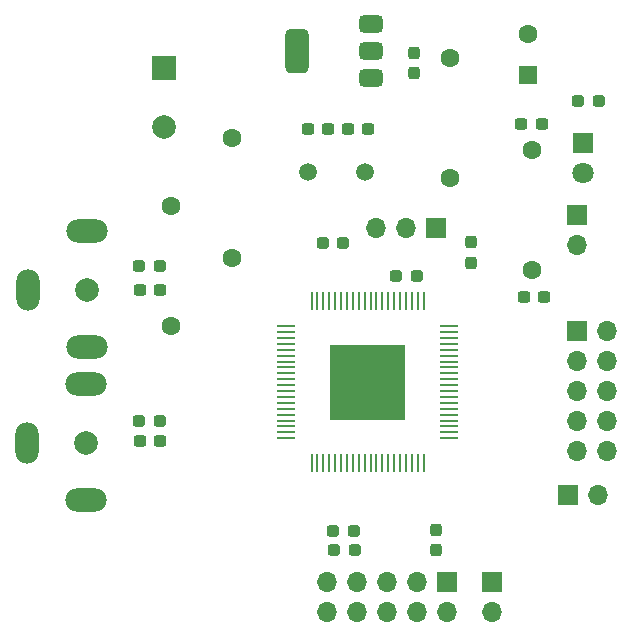
<source format=gbr>
%TF.GenerationSoftware,KiCad,Pcbnew,9.0.0*%
%TF.CreationDate,2025-03-16T19:50:11+02:00*%
%TF.ProjectId,TVP5147M1_decoder,54565035-3134-4374-9d31-5f6465636f64,rev?*%
%TF.SameCoordinates,Original*%
%TF.FileFunction,Soldermask,Top*%
%TF.FilePolarity,Negative*%
%FSLAX46Y46*%
G04 Gerber Fmt 4.6, Leading zero omitted, Abs format (unit mm)*
G04 Created by KiCad (PCBNEW 9.0.0) date 2025-03-16 19:50:11*
%MOMM*%
%LPD*%
G01*
G04 APERTURE LIST*
G04 Aperture macros list*
%AMRoundRect*
0 Rectangle with rounded corners*
0 $1 Rounding radius*
0 $2 $3 $4 $5 $6 $7 $8 $9 X,Y pos of 4 corners*
0 Add a 4 corners polygon primitive as box body*
4,1,4,$2,$3,$4,$5,$6,$7,$8,$9,$2,$3,0*
0 Add four circle primitives for the rounded corners*
1,1,$1+$1,$2,$3*
1,1,$1+$1,$4,$5*
1,1,$1+$1,$6,$7*
1,1,$1+$1,$8,$9*
0 Add four rect primitives between the rounded corners*
20,1,$1+$1,$2,$3,$4,$5,0*
20,1,$1+$1,$4,$5,$6,$7,0*
20,1,$1+$1,$6,$7,$8,$9,0*
20,1,$1+$1,$8,$9,$2,$3,0*%
G04 Aperture macros list end*
%ADD10C,0.000000*%
%ADD11RoundRect,0.237500X-0.300000X-0.237500X0.300000X-0.237500X0.300000X0.237500X-0.300000X0.237500X0*%
%ADD12R,1.800000X1.800000*%
%ADD13C,1.800000*%
%ADD14C,1.600000*%
%ADD15RoundRect,0.237500X0.300000X0.237500X-0.300000X0.237500X-0.300000X-0.237500X0.300000X-0.237500X0*%
%ADD16C,1.016000*%
%ADD17R,0.279400X1.553299*%
%ADD18R,1.553299X0.279400*%
%ADD19RoundRect,0.237500X0.287500X0.237500X-0.287500X0.237500X-0.287500X-0.237500X0.287500X-0.237500X0*%
%ADD20C,2.000000*%
%ADD21R,2.000000X2.000000*%
%ADD22O,3.500000X2.000000*%
%ADD23O,2.000000X3.500000*%
%ADD24RoundRect,1.000000X0.000010X-0.000010X0.000010X0.000010X-0.000010X0.000010X-0.000010X-0.000010X0*%
%ADD25RoundRect,0.237500X-0.287500X-0.237500X0.287500X-0.237500X0.287500X0.237500X-0.287500X0.237500X0*%
%ADD26RoundRect,0.237500X-0.237500X0.287500X-0.237500X-0.287500X0.237500X-0.287500X0.237500X0.287500X0*%
%ADD27O,1.700000X1.700000*%
%ADD28R,1.700000X1.700000*%
%ADD29R,1.600000X1.600000*%
%ADD30RoundRect,0.237500X0.237500X-0.287500X0.237500X0.287500X-0.237500X0.287500X-0.237500X-0.287500X0*%
%ADD31RoundRect,0.375000X0.625000X0.375000X-0.625000X0.375000X-0.625000X-0.375000X0.625000X-0.375000X0*%
%ADD32RoundRect,0.500000X0.500000X1.400000X-0.500000X1.400000X-0.500000X-1.400000X0.500000X-1.400000X0*%
%ADD33RoundRect,0.237500X-0.237500X0.300000X-0.237500X-0.300000X0.237500X-0.300000X0.237500X0.300000X0*%
%ADD34C,1.500000*%
G04 APERTURE END LIST*
D10*
%TO.C,U2*%
G36*
X128424999Y-94802349D02*
G01*
X127812199Y-94802349D01*
X127812199Y-88452349D01*
X128424999Y-88452349D01*
X128424999Y-94802349D01*
G37*
G36*
X127412199Y-94802349D02*
G01*
X127024799Y-94802349D01*
X127024799Y-88452349D01*
X127412199Y-88452349D01*
X127412199Y-94802349D01*
G37*
G36*
X126624799Y-94802349D02*
G01*
X126237399Y-94802349D01*
X126237399Y-88452349D01*
X126624799Y-88452349D01*
X126624799Y-94802349D01*
G37*
G36*
X125837399Y-94802349D02*
G01*
X125449999Y-94802349D01*
X125449999Y-88452349D01*
X125837399Y-88452349D01*
X125837399Y-94802349D01*
G37*
G36*
X125049999Y-94802349D02*
G01*
X124662599Y-94802349D01*
X124662599Y-88452349D01*
X125049999Y-88452349D01*
X125049999Y-94802349D01*
G37*
G36*
X124262599Y-94802349D02*
G01*
X123875199Y-94802349D01*
X123875199Y-88452349D01*
X124262599Y-88452349D01*
X124262599Y-94802349D01*
G37*
G36*
X123475199Y-94802349D02*
G01*
X123087799Y-94802349D01*
X123087799Y-88452349D01*
X123475199Y-88452349D01*
X123475199Y-94802349D01*
G37*
G36*
X128424999Y-94802349D02*
G01*
X122074999Y-94802349D01*
X122074999Y-94189549D01*
X128424999Y-94189549D01*
X128424999Y-94802349D01*
G37*
G36*
X128424999Y-93789549D02*
G01*
X122074999Y-93789549D01*
X122074999Y-93402149D01*
X128424999Y-93402149D01*
X128424999Y-93789549D01*
G37*
G36*
X128424999Y-93002149D02*
G01*
X122074999Y-93002149D01*
X122074999Y-92614749D01*
X128424999Y-92614749D01*
X128424999Y-93002149D01*
G37*
G36*
X128424999Y-92214749D02*
G01*
X122074999Y-92214749D01*
X122074999Y-91827349D01*
X128424999Y-91827349D01*
X128424999Y-92214749D01*
G37*
G36*
X128424999Y-91427349D02*
G01*
X122074999Y-91427349D01*
X122074999Y-91039949D01*
X128424999Y-91039949D01*
X128424999Y-91427349D01*
G37*
G36*
X128424999Y-90639949D02*
G01*
X122074999Y-90639949D01*
X122074999Y-90252549D01*
X128424999Y-90252549D01*
X128424999Y-90639949D01*
G37*
G36*
X128424999Y-89852549D02*
G01*
X122074999Y-89852549D01*
X122074999Y-89465149D01*
X128424999Y-89465149D01*
X128424999Y-89852549D01*
G37*
G36*
X128424999Y-89065149D02*
G01*
X122074999Y-89065149D01*
X122074999Y-88452349D01*
X128424999Y-88452349D01*
X128424999Y-89065149D01*
G37*
G36*
X122687799Y-94802349D02*
G01*
X122074999Y-94802349D01*
X122074999Y-88452349D01*
X122687799Y-88452349D01*
X122687799Y-94802349D01*
G37*
%TD*%
D11*
%TO.C,C2*%
X138275000Y-69800000D03*
X140000000Y-69800000D03*
%TD*%
D12*
%TO.C,D1*%
X143500000Y-71400000D03*
D13*
X143500000Y-73940000D03*
%TD*%
D14*
%TO.C,FB3*%
X113800000Y-81080000D03*
X113800000Y-70920000D03*
%TD*%
%TO.C,FB1*%
X108600000Y-86880000D03*
X108600000Y-76720000D03*
%TD*%
D15*
%TO.C,C37*%
X123547508Y-70200000D03*
X125272508Y-70200000D03*
%TD*%
D16*
%TO.C,U2*%
X127612199Y-93989549D03*
X127612199Y-93202149D03*
X127612199Y-92414749D03*
X127612199Y-91627349D03*
X127612199Y-90839949D03*
X127612199Y-90052549D03*
X127612199Y-89265149D03*
X126824799Y-93989549D03*
X126824799Y-93202149D03*
X126824799Y-92414749D03*
X126824799Y-91627349D03*
X126824799Y-90839949D03*
X126824799Y-90052549D03*
X126824799Y-89265149D03*
X126037399Y-93989549D03*
X126037399Y-93202149D03*
X126037399Y-92414749D03*
X126037399Y-91627349D03*
X126037399Y-90839949D03*
X126037399Y-90052549D03*
X126037399Y-89265149D03*
X125249999Y-93989549D03*
X125249999Y-93202149D03*
X125249999Y-92414749D03*
X125249999Y-91627349D03*
X125249999Y-90839949D03*
X125249999Y-90052549D03*
X125249999Y-89265149D03*
X124462599Y-93989549D03*
X124462599Y-93202149D03*
X124462599Y-92414749D03*
X124462599Y-91627349D03*
X124462599Y-90839949D03*
X124462599Y-90052549D03*
X124462599Y-89265149D03*
X123675199Y-93989549D03*
X123675199Y-93202149D03*
X123675199Y-92414749D03*
X123675199Y-91627349D03*
X123675199Y-90839949D03*
X123675199Y-90052549D03*
X123675199Y-89265149D03*
X122887799Y-93989549D03*
X122887799Y-93202149D03*
X122887799Y-92414749D03*
X122887799Y-91627349D03*
X122887799Y-90839949D03*
X122887799Y-90052549D03*
X122887799Y-89265149D03*
D17*
X120499998Y-84754698D03*
X121000000Y-84754698D03*
X121499999Y-84754698D03*
X121999998Y-84754698D03*
X122499999Y-84754698D03*
X122999998Y-84754698D03*
X123500000Y-84754698D03*
X123999999Y-84754698D03*
X124499998Y-84754698D03*
X124999999Y-84754698D03*
X125499999Y-84754698D03*
X126000000Y-84754698D03*
X126499999Y-84754698D03*
X126999998Y-84754698D03*
X127500000Y-84754698D03*
X127999999Y-84754698D03*
X128500000Y-84754698D03*
X128999999Y-84754698D03*
X129499998Y-84754698D03*
X130000000Y-84754698D03*
D18*
X132122650Y-86877348D03*
X132122650Y-87377350D03*
X132122650Y-87877349D03*
X132122650Y-88377348D03*
X132122650Y-88877349D03*
X132122650Y-89377348D03*
X132122650Y-89877350D03*
X132122650Y-90377349D03*
X132122650Y-90877348D03*
X132122650Y-91377349D03*
X132122650Y-91877349D03*
X132122650Y-92377350D03*
X132122650Y-92877349D03*
X132122650Y-93377348D03*
X132122650Y-93877350D03*
X132122650Y-94377349D03*
X132122650Y-94877350D03*
X132122650Y-95377349D03*
X132122650Y-95877348D03*
X132122650Y-96377350D03*
D17*
X130000000Y-98500000D03*
X129499998Y-98500000D03*
X128999999Y-98500000D03*
X128500000Y-98500000D03*
X127999999Y-98500000D03*
X127500000Y-98500000D03*
X126999998Y-98500000D03*
X126499999Y-98500000D03*
X126000000Y-98500000D03*
X125499999Y-98500000D03*
X124999999Y-98500000D03*
X124499998Y-98500000D03*
X123999999Y-98500000D03*
X123500000Y-98500000D03*
X122999998Y-98500000D03*
X122499999Y-98500000D03*
X121999998Y-98500000D03*
X121499999Y-98500000D03*
X121000000Y-98500000D03*
X120499998Y-98500000D03*
D18*
X118377348Y-96377350D03*
X118377348Y-95877348D03*
X118377348Y-95377349D03*
X118377348Y-94877348D03*
X118377348Y-94377349D03*
X118377348Y-93877350D03*
X118377348Y-93377348D03*
X118377348Y-92877349D03*
X118377348Y-92377347D03*
X118377348Y-91877349D03*
X118377348Y-91377349D03*
X118377348Y-90877348D03*
X118377348Y-90377349D03*
X118377348Y-89877350D03*
X118377348Y-89377348D03*
X118377348Y-88877349D03*
X118377348Y-88377348D03*
X118377348Y-87877349D03*
X118377348Y-87377350D03*
X118377348Y-86877348D03*
%TD*%
D14*
%TO.C,FB2*%
X139200000Y-82160000D03*
X139200000Y-72000000D03*
%TD*%
D19*
%TO.C,R15*%
X121450000Y-79800000D03*
X123200000Y-79800000D03*
%TD*%
D11*
%TO.C,C7*%
X140200000Y-84400000D03*
X138475000Y-84400000D03*
%TD*%
D20*
%TO.C,C10*%
X108000000Y-70032323D03*
D21*
X108000000Y-65032323D03*
%TD*%
D22*
%TO.C,CVBS2*%
X101400000Y-91800000D03*
D23*
X96400000Y-96750000D03*
D22*
X101400000Y-101600000D03*
D24*
X101400000Y-96750000D03*
%TD*%
D25*
%TO.C,R6*%
X144800000Y-67800000D03*
X143050000Y-67800000D03*
%TD*%
D26*
%TO.C,RB8*%
X131000000Y-105875000D03*
X131000000Y-104125000D03*
%TD*%
D27*
%TO.C,J6*%
X125920000Y-78600000D03*
X128460000Y-78600000D03*
D28*
X131000000Y-78600000D03*
%TD*%
D27*
%TO.C,J5*%
X143000000Y-80040000D03*
D28*
X143000000Y-77500000D03*
%TD*%
D19*
%TO.C,R1*%
X122325000Y-104200000D03*
X124075000Y-104200000D03*
%TD*%
D14*
%TO.C,C5*%
X138800000Y-62152651D03*
D29*
X138800000Y-65652651D03*
%TD*%
D25*
%TO.C,R5*%
X107675000Y-81800000D03*
X105925000Y-81800000D03*
%TD*%
D27*
%TO.C,J4*%
X145540000Y-97420000D03*
X143000000Y-97420000D03*
X145540000Y-94880000D03*
X143000000Y-94880000D03*
X145540000Y-92340000D03*
X143000000Y-92340000D03*
X145540000Y-89800000D03*
X143000000Y-89800000D03*
X145540000Y-87260000D03*
D28*
X143000000Y-87260000D03*
%TD*%
D30*
%TO.C,R4*%
X134000000Y-79750000D03*
X134000000Y-81500000D03*
%TD*%
D25*
%TO.C,R8*%
X107675000Y-94900000D03*
X105925000Y-94900000D03*
%TD*%
D27*
%TO.C,J3*%
X144765000Y-101200000D03*
D28*
X142225000Y-101200000D03*
%TD*%
D31*
%TO.C,U1*%
X125550000Y-61300000D03*
D32*
X119250000Y-63600000D03*
D31*
X125550000Y-63600000D03*
X125550000Y-65900000D03*
%TD*%
D15*
%TO.C,C30*%
X105937500Y-96600000D03*
X107662500Y-96600000D03*
%TD*%
D19*
%TO.C,R3*%
X127650000Y-82600000D03*
X129400000Y-82600000D03*
%TD*%
D25*
%TO.C,R2*%
X124150000Y-105800000D03*
X122400000Y-105800000D03*
%TD*%
D27*
%TO.C,J2*%
X135800000Y-111065000D03*
D28*
X135800000Y-108525000D03*
%TD*%
D33*
%TO.C,C4*%
X129200000Y-65462500D03*
X129200000Y-63737500D03*
%TD*%
D34*
%TO.C,Y1*%
X120170000Y-73800000D03*
X125050000Y-73800000D03*
%TD*%
D15*
%TO.C,C27*%
X105937500Y-83800000D03*
X107662500Y-83800000D03*
%TD*%
D11*
%TO.C,C38*%
X121892504Y-70200000D03*
X120167504Y-70200000D03*
%TD*%
D22*
%TO.C,CVBS1*%
X101500000Y-78850000D03*
D23*
X96500000Y-83800000D03*
D22*
X101500000Y-88650000D03*
D24*
X101500000Y-83800000D03*
%TD*%
D27*
%TO.C,J1*%
X121842000Y-111062000D03*
X121842000Y-108522000D03*
X124382000Y-111062000D03*
X124382000Y-108522000D03*
X126922000Y-111062000D03*
X126922000Y-108522000D03*
X129462000Y-111062000D03*
X129462000Y-108522000D03*
X132002000Y-111062000D03*
D28*
X132002000Y-108522000D03*
%TD*%
D14*
%TO.C,FB4*%
X132200000Y-74360000D03*
X132200000Y-64200000D03*
%TD*%
M02*

</source>
